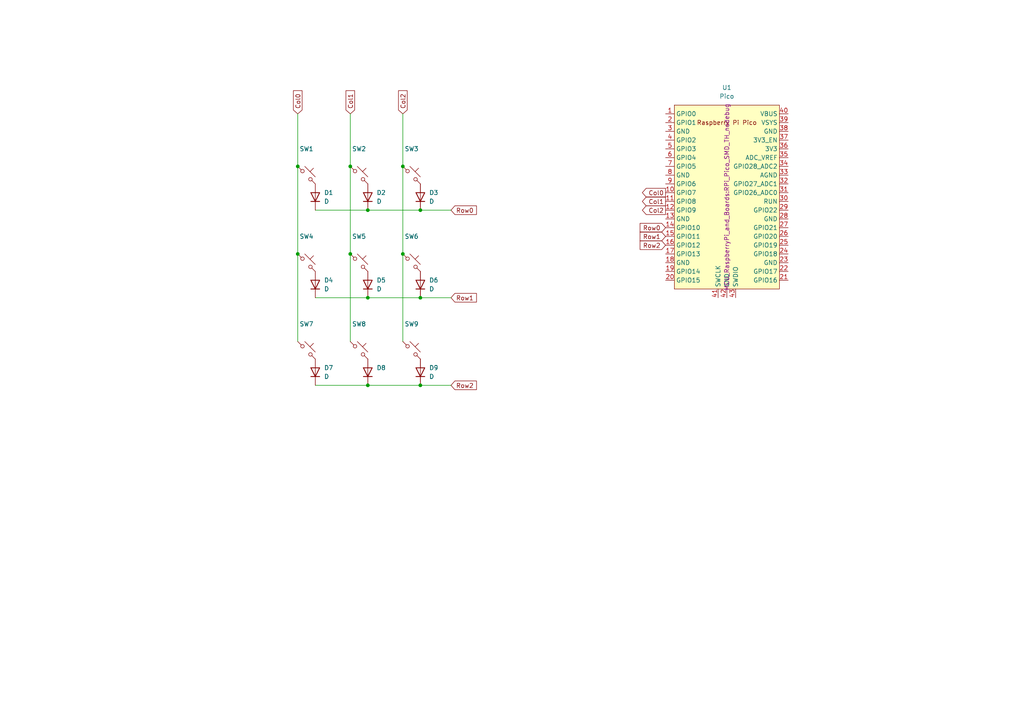
<source format=kicad_sch>
(kicad_sch (version 20231120) (generator "eeschema") (generator_version "8.0")
  (paper "A4")
  (lib_symbols
    (symbol "Device:D" (pin_numbers hide) (pin_names (offset 1.016) hide)
      (property "Reference" "D" (at 0 2.54 0))
      (property "Value" "D" (at 0 -2.54 0))
      (symbol "D_0_1"
        (polyline (pts (xy -1.27 1.27) (xy -1.27 -1.27)) (stroke (width 0.254)))
        (polyline (pts (xy 1.27 0) (xy -1.27 0)))
        (polyline (pts (xy 1.27 1.27) (xy 1.27 -1.27) (xy -1.27 0) (xy 1.27 1.27)) (stroke (width 0.254)))
      )
      (symbol "D_1_1"
        (pin passive line (at -3.81 0 0) (length 2.54) (name "K") (number "1"))
        (pin passive line (at 3.81 0 180) (length 2.54) (name "A") (number "2"))
      )
    )
    (symbol "MCU_RaspberryPi_and_Boards:Pico"
      (property "Reference" "U" (at -13.97 27.94 0))
      (property "Value" "Pico" (at 0 19.05 0))
      (symbol "Pico_0_0"
        (text "Raspberry Pi Pico" (at 0 21.59 0) (effects (font (size 1.27 1.27))))
      )
      (symbol "Pico_0_1"
        (rectangle (start -15.24 26.67) (end 15.24 -26.67) (fill (type background)))
      )
      (symbol "Pico_1_1"
        (pin bidirectional line (at -17.78 24.13 0) (length 2.54) (name "GPIO0") (number "1"))
        (pin bidirectional line (at -17.78 1.27 0) (length 2.54) (name "GPIO7") (number "10"))
        (pin bidirectional line (at -17.78 -1.27 0) (length 2.54) (name "GPIO8") (number "11"))
        (pin bidirectional line (at -17.78 -3.81 0) (length 2.54) (name "GPIO9") (number "12"))
        (pin power_in line (at -17.78 -6.35 0) (length 2.54) (name "GND") (number "13"))
        (pin bidirectional line (at -17.78 -8.89 0) (length 2.54) (name "GPIO10") (number "14"))
        (pin bidirectional line (at -17.78 -11.43 0) (length 2.54) (name "GPIO11") (number "15"))
        (pin bidirectional line (at -17.78 -13.97 0) (length 2.54) (name "GPIO12") (number "16"))
        (pin bidirectional line (at -17.78 -16.51 0) (length 2.54) (name "GPIO13") (number "17"))
        (pin power_in line (at -17.78 -19.05 0) (length 2.54) (name "GND") (number "18"))
        (pin bidirectional line (at -17.78 -21.59 0) (length 2.54) (name "GPIO14") (number "19"))
        (pin bidirectional line (at -17.78 21.59 0) (length 2.54) (name "GPIO1") (number "2"))
        (pin bidirectional line (at -17.78 -24.13 0) (length 2.54) (name "GPIO15") (number "20"))
        (pin bidirectional line (at 17.78 -24.13 180) (length 2.54) (name "GPIO16") (number "21"))
        (pin bidirectional line (at 17.78 -21.59 180) (length 2.54) (name "GPIO17") (number "22"))
        (pin power_in line (at 17.78 -19.05 180) (length 2.54) (name "GND") (number "23"))
        (pin bidirectional line (at 17.78 -16.51 180) (length 2.54) (name "GPIO18") (number "24"))
        (pin bidirectional line (at 17.78 -13.97 180) (length 2.54) (name "GPIO19") (number "25"))
        (pin bidirectional line (at 17.78 -11.43 180) (length 2.54) (name "GPIO20") (number "26"))
        (pin bidirectional line (at 17.78 -8.89 180) (length 2.54) (name "GPIO21") (number "27"))
        (pin power_in line (at 17.78 -6.35 180) (length 2.54) (name "GND") (number "28"))
        (pin bidirectional line (at 17.78 -3.81 180) (length 2.54) (name "GPIO22") (number "29"))
        (pin power_in line (at -17.78 19.05 0) (length 2.54) (name "GND") (number "3"))
        (pin input line (at 17.78 -1.27 180) (length 2.54) (name "RUN") (number "30"))
        (pin bidirectional line (at 17.78 1.27 180) (length 2.54) (name "GPIO26_ADC0") (number "31"))
        (pin bidirectional line (at 17.78 3.81 180) (length 2.54) (name "GPIO27_ADC1") (number "32"))
        (pin power_in line (at 17.78 6.35 180) (length 2.54) (name "AGND") (number "33"))
        (pin bidirectional line (at 17.78 8.89 180) (length 2.54) (name "GPIO28_ADC2") (number "34"))
        (pin power_in line (at 17.78 11.43 180) (length 2.54) (name "ADC_VREF") (number "35"))
        (pin power_in line (at 17.78 13.97 180) (length 2.54) (name "3V3") (number "36"))
        (pin input line (at 17.78 16.51 180) (length 2.54) (name "3V3_EN") (number "37"))
        (pin bidirectional line (at 17.78 19.05 180) (length 2.54) (name "GND") (number "38"))
        (pin power_in line (at 17.78 21.59 180) (length 2.54) (name "VSYS") (number "39"))
        (pin bidirectional line (at -17.78 16.51 0) (length 2.54) (name "GPIO2") (number "4"))
        (pin power_in line (at 17.78 24.13 180) (length 2.54) (name "VBUS") (number "40"))
        (pin input line (at -2.54 -29.21 90) (length 2.54) (name "SWCLK") (number "41"))
        (pin power_in line (at 0 -29.21 90) (length 2.54) (name "GND") (number "42"))
        (pin bidirectional line (at 2.54 -29.21 90) (length 2.54) (name "SWDIO") (number "43"))
        (pin bidirectional line (at -17.78 13.97 0) (length 2.54) (name "GPIO3") (number "5"))
        (pin bidirectional line (at -17.78 11.43 0) (length 2.54) (name "GPIO4") (number "6"))
        (pin bidirectional line (at -17.78 8.89 0) (length 2.54) (name "GPIO5") (number "7"))
        (pin power_in line (at -17.78 6.35 0) (length 2.54) (name "GND") (number "8"))
        (pin bidirectional line (at -17.78 3.81 0) (length 2.54) (name "GPIO6") (number "9"))
      )
    )
    (symbol "Switch:SW_Push_45deg" (pin_numbers hide) (pin_names (offset 1.016) hide)
      (property "Reference" "SW" (at 3.048 1.016 0))
      (property "Value" "SW_Push_45deg" (at 0 -3.81 0))
      (symbol "SW_Push_45deg_0_1"
        (circle (center -1.1684 1.1684) (radius 0.508))
        (polyline (pts (xy -0.508 2.54) (xy 2.54 -0.508)))
        (polyline (pts (xy 1.016 1.016) (xy 2.032 2.032)))
        (polyline (pts (xy -2.54 2.54) (xy -1.524 1.524) (xy -1.524 1.524)))
        (polyline (pts (xy 1.524 -1.524) (xy 2.54 -2.54) (xy 2.54 -2.54) (xy 2.54 -2.54)))
        (circle (center 1.143 -1.1938) (radius 0.508))
        (pin passive line (at -2.54 2.54 0) (length 0) (name "1") (number "1"))
        (pin passive line (at 2.54 -2.54 180) (length 0) (name "2") (number "2"))
      )
    )
  )
  (junction (at 86.36 48.26))
  (junction (at 121.92 86.36))
  (junction (at 86.36 73.66))
  (junction (at 106.68 111.76))
  (junction (at 101.6 73.66))
  (junction (at 116.84 48.26))
  (junction (at 121.92 111.76))
  (junction (at 121.92 60.96))
  (junction (at 101.6 48.26))
  (junction (at 116.84 73.66))
  (junction (at 106.68 60.96))
  (junction (at 106.68 86.36))
  (wire (pts (xy 116.84 48.26) (xy 116.84 73.66)))
  (wire (pts (xy 86.36 48.26) (xy 86.36 73.66)))
  (wire (pts (xy 101.6 48.26) (xy 101.6 73.66)))
  (wire (pts (xy 101.6 73.66) (xy 101.6 99.06)))
  (wire (pts (xy 116.84 33.02) (xy 116.84 48.26)))
  (wire (pts (xy 121.92 111.76) (xy 106.68 111.76)))
  (wire (pts (xy 130.81 111.76) (xy 121.92 111.76)))
  (wire (pts (xy 91.44 60.96) (xy 106.68 60.96)))
  (wire (pts (xy 91.44 111.76) (xy 106.68 111.76)))
  (wire (pts (xy 106.68 86.36) (xy 121.92 86.36)))
  (wire (pts (xy 86.36 73.66) (xy 86.36 99.06)))
  (wire (pts (xy 106.68 60.96) (xy 121.92 60.96)))
  (wire (pts (xy 91.44 86.36) (xy 106.68 86.36)))
  (wire (pts (xy 101.6 33.02) (xy 101.6 48.26)))
  (wire (pts (xy 116.84 73.66) (xy 116.84 99.06)))
  (wire (pts (xy 121.92 86.36) (xy 130.81 86.36)))
  (wire (pts (xy 121.92 60.96) (xy 130.81 60.96)))
  (wire (pts (xy 86.36 33.02) (xy 86.36 48.26)))
  (global_label "Row1" (shape input) (at 193.04 68.58 180) (property "Intersheetrefs" "${INTERSHEET_REFS}" (effects (hide yes))))
  (global_label "Row2" (shape input) (at 130.81 111.76 0) (property "Intersheetrefs" "${INTERSHEET_REFS}" (effects (hide yes))))
  (global_label "Col1" (shape input) (at 101.6 33.02 90) (property "Intersheetrefs" "${INTERSHEET_REFS}" (effects (hide yes))))
  (global_label "Col0" (shape input) (at 86.36 33.02 90) (property "Intersheetrefs" "${INTERSHEET_REFS}" (effects (hide yes))))
  (global_label "Col2" (shape input) (at 116.84 33.02 90) (property "Intersheetrefs" "${INTERSHEET_REFS}" (effects (hide yes))))
  (global_label "Col1" (shape output) (at 193.04 58.42 180) (property "Intersheetrefs" "${INTERSHEET_REFS}" (effects (hide yes))))
  (global_label "Row0" (shape input) (at 130.81 60.96 0) (property "Intersheetrefs" "${INTERSHEET_REFS}" (effects (hide yes))))
  (global_label "Col0" (shape output) (at 193.04 55.88 180) (property "Intersheetrefs" "${INTERSHEET_REFS}" (effects (hide yes))))
  (global_label "Row0" (shape input) (at 193.04 66.04 180) (property "Intersheetrefs" "${INTERSHEET_REFS}" (effects (hide yes))))
  (global_label "Row2" (shape input) (at 193.04 71.12 180) (property "Intersheetrefs" "${INTERSHEET_REFS}" (effects (hide yes))))
  (global_label "Col2" (shape output) (at 193.04 60.96 180) (property "Intersheetrefs" "${INTERSHEET_REFS}" (effects (hide yes))))
  (global_label "Row1" (shape input) (at 130.81 86.36 0) (property "Intersheetrefs" "${INTERSHEET_REFS}" (effects (hide yes))))
  (symbol (lib_id "Device:D") (at 121.92 57.15 90) (unit 1)
    (property "Reference" "D3" (at 124.46 55.8799 90) (effects (justify right)))
    (property "Value" "D" (at 124.46 58.4199 90) (effects (justify right)))
    (property "Footprint" "Diode_THT:D_DO-35_SOD27_P7.62mm_Horizontal" (effects (hide yes)))
    (property "Description" "Diode" (effects (hide yes)))
    (property "Sim.Device" "D" (effects (hide yes)))
    (property "Sim.Pins" "1=K 2=A" (effects (hide yes)))
  )
  (symbol (lib_id "Device:D") (at 121.92 107.95 90) (unit 1)
    (property "Reference" "D9" (at 124.46 106.6799 90) (effects (justify right)))
    (property "Value" "D" (at 124.46 109.2199 90) (effects (justify right)))
    (property "Footprint" "Diode_THT:D_DO-35_SOD27_P7.62mm_Horizontal" (effects (hide yes)))
    (property "Description" "Diode" (effects (hide yes)))
    (property "Sim.Device" "D" (effects (hide yes)))
    (property "Sim.Pins" "1=K 2=A" (effects (hide yes)))
  )
  (symbol (lib_id "Switch:SW_Push_45deg") (at 104.14 76.2 0) (unit 1)
    (property "Reference" "SW5" (at 104.14 68.58 0))
    (property "Value" "SW_Push_45deg" (effects (hide yes)))
    (property "Footprint" "Button_Switch_Keyboard:SW_Cherry_MX_1.00u_Plate" (effects (hide yes)))
    (property "Description" "Push button switch, normally open, two pins, 45° tilted" (effects (hide yes)))
  )
  (symbol (lib_id "MCU_RaspberryPi_and_Boards:Pico") (at 210.82 57.15 0) (unit 1)
    (property "Reference" "U1" (at 210.82 25.4 0))
    (property "Value" "Pico" (at 210.82 27.94 0))
    (property "Footprint" "MCU_RaspberryPi_and_Boards:RPi_Pico_SMD_TH_nodebug" (at 210.82 57.15 90))
  )
  (symbol (lib_id "Device:D") (at 106.68 107.95 90) (unit 1)
    (property "Reference" "D8" (at 109.22 106.6799 90) (effects (justify right)))
    (property "Value" "D" (effects (hide yes)))
    (property "Footprint" "Diode_THT:D_DO-35_SOD27_P7.62mm_Horizontal" (effects (hide yes)))
    (property "Description" "Diode" (effects (hide yes)))
    (property "Sim.Device" "D" (effects (hide yes)))
    (property "Sim.Pins" "1=K 2=A" (effects (hide yes)))
  )
  (symbol (lib_id "Switch:SW_Push_45deg") (at 88.9 101.6 0) (unit 1)
    (property "Reference" "SW7" (at 88.9 93.98 0))
    (property "Value" "SW_Push_45deg" (effects (hide yes)))
    (property "Footprint" "Button_Switch_Keyboard:SW_Cherry_MX_1.00u_Plate" (effects (hide yes)))
    (property "Description" "Push button switch, normally open, two pins, 45° tilted" (effects (hide yes)))
  )
  (symbol (lib_id "Switch:SW_Push_45deg") (at 88.9 50.8 0) (unit 1)
    (property "Reference" "SW1" (at 88.9 43.18 0))
    (property "Value" "SW_Push_45deg" (effects (hide yes)))
    (property "Footprint" "Button_Switch_Keyboard:SW_Cherry_MX_1.00u_Plate" (effects (hide yes)))
    (property "Description" "Push button switch, normally open, two pins, 45° tilted" (effects (hide yes)))
  )
  (symbol (lib_id "Switch:SW_Push_45deg") (at 104.14 50.8 0) (unit 1)
    (property "Reference" "SW2" (at 104.14 43.18 0))
    (property "Value" "SW_Push_45deg" (effects (hide yes)))
    (property "Footprint" "Button_Switch_Keyboard:SW_Cherry_MX_1.00u_Plate" (effects (hide yes)))
    (property "Description" "Push button switch, normally open, two pins, 45° tilted" (effects (hide yes)))
  )
  (symbol (lib_id "Device:D") (at 106.68 82.55 90) (unit 1)
    (property "Reference" "D5" (at 109.22 81.2799 90) (effects (justify right)))
    (property "Value" "D" (at 109.22 83.8199 90) (effects (justify right)))
    (property "Footprint" "Diode_THT:D_DO-35_SOD27_P7.62mm_Horizontal" (effects (hide yes)))
    (property "Description" "Diode" (effects (hide yes)))
    (property "Sim.Device" "D" (effects (hide yes)))
    (property "Sim.Pins" "1=K 2=A" (effects (hide yes)))
  )
  (symbol (lib_id "Device:D") (at 91.44 82.55 90) (unit 1)
    (property "Reference" "D4" (at 93.98 81.2799 90) (effects (justify right)))
    (property "Value" "D" (at 93.98 83.8199 90) (effects (justify right)))
    (property "Footprint" "Diode_THT:D_DO-35_SOD27_P7.62mm_Horizontal" (effects (hide yes)))
    (property "Description" "Diode" (effects (hide yes)))
    (property "Sim.Device" "D" (effects (hide yes)))
    (property "Sim.Pins" "1=K 2=A" (effects (hide yes)))
  )
  (symbol (lib_id "Device:D") (at 91.44 107.95 90) (unit 1)
    (property "Reference" "D7" (at 93.98 106.6799 90) (effects (justify right)))
    (property "Value" "D" (at 93.98 109.2199 90) (effects (justify right)))
    (property "Footprint" "Diode_THT:D_DO-35_SOD27_P7.62mm_Horizontal" (effects (hide yes)))
    (property "Description" "Diode" (effects (hide yes)))
    (property "Sim.Device" "D" (effects (hide yes)))
    (property "Sim.Pins" "1=K 2=A" (effects (hide yes)))
  )
  (symbol (lib_id "Device:D") (at 91.44 57.15 90) (unit 1)
    (property "Reference" "D1" (at 93.98 55.8799 90) (effects (justify right)))
    (property "Value" "D" (at 93.98 58.4199 90) (effects (justify right)))
    (property "Footprint" "Diode_THT:D_DO-35_SOD27_P7.62mm_Horizontal" (effects (hide yes)))
    (property "Description" "Diode" (effects (hide yes)))
    (property "Sim.Device" "D" (effects (hide yes)))
    (property "Sim.Pins" "1=K 2=A" (effects (hide yes)))
  )
  (symbol (lib_id "Device:D") (at 121.92 82.55 90) (unit 1)
    (property "Reference" "D6" (at 124.46 81.2799 90) (effects (justify right)))
    (property "Value" "D" (at 124.46 83.8199 90) (effects (justify right)))
    (property "Footprint" "Diode_THT:D_DO-35_SOD27_P7.62mm_Horizontal" (effects (hide yes)))
    (property "Description" "Diode" (effects (hide yes)))
    (property "Sim.Device" "D" (effects (hide yes)))
    (property "Sim.Pins" "1=K 2=A" (effects (hide yes)))
  )
  (symbol (lib_id "Device:D") (at 106.68 57.15 90) (unit 1)
    (property "Reference" "D2" (at 109.22 55.8799 90) (effects (justify right)))
    (property "Value" "D" (at 109.22 58.4199 90) (effects (justify right)))
    (property "Footprint" "Diode_THT:D_DO-35_SOD27_P7.62mm_Horizontal" (effects (hide yes)))
    (property "Description" "Diode" (effects (hide yes)))
    (property "Sim.Device" "D" (effects (hide yes)))
    (property "Sim.Pins" "1=K 2=A" (effects (hide yes)))
  )
  (symbol (lib_id "Switch:SW_Push_45deg") (at 119.38 50.8 0) (unit 1)
    (property "Reference" "SW3" (at 119.38 43.18 0))
    (property "Value" "SW_Push_45deg" (effects (hide yes)))
    (property "Footprint" "Button_Switch_Keyboard:SW_Cherry_MX_1.00u_Plate" (effects (hide yes)))
    (property "Description" "Push button switch, normally open, two pins, 45° tilted" (effects (hide yes)))
  )
  (symbol (lib_id "Switch:SW_Push_45deg") (at 104.14 101.6 0) (unit 1)
    (property "Reference" "SW8" (at 104.14 93.98 0))
    (property "Value" "SW_Push_45deg" (effects (hide yes)))
    (property "Footprint" "Button_Switch_Keyboard:SW_Cherry_MX_1.00u_Plate" (effects (hide yes)))
    (property "Description" "Push button switch, normally open, two pins, 45° tilted" (effects (hide yes)))
  )
  (symbol (lib_id "Switch:SW_Push_45deg") (at 119.38 76.2 0) (unit 1)
    (property "Reference" "SW6" (at 119.38 68.58 0))
    (property "Value" "SW_Push_45deg" (effects (hide yes)))
    (property "Footprint" "Button_Switch_Keyboard:SW_Cherry_MX_1.00u_Plate" (effects (hide yes)))
    (property "Description" "Push button switch, normally open, two pins, 45° tilted" (effects (hide yes)))
  )
  (symbol (lib_id "Switch:SW_Push_45deg") (at 88.9 76.2 0) (unit 1)
    (property "Reference" "SW4" (at 88.9 68.58 0))
    (property "Value" "SW_Push_45deg" (effects (hide yes)))
    (property "Footprint" "Button_Switch_Keyboard:SW_Cherry_MX_1.00u_Plate" (effects (hide yes)))
    (property "Description" "Push button switch, normally open, two pins, 45° tilted" (effects (hide yes)))
  )
  (symbol (lib_id "Switch:SW_Push_45deg") (at 119.38 101.6 0) (unit 1)
    (property "Reference" "SW9" (at 119.38 93.98 0))
    (property "Value" "SW_Push_45deg" (effects (hide yes)))
    (property "Footprint" "Button_Switch_Keyboard:SW_Cherry_MX_1.00u_Plate" (effects (hide yes)))
    (property "Description" "Push button switch, normally open, two pins, 45° tilted" (effects (hide yes)))
  )
)
</source>
